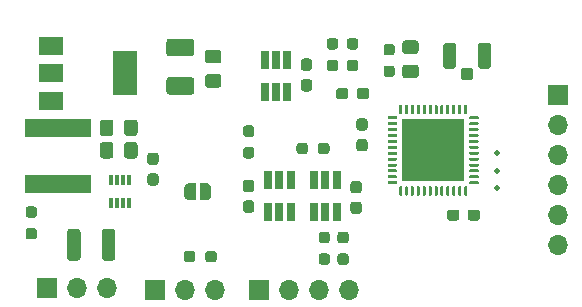
<source format=gbr>
%TF.GenerationSoftware,KiCad,Pcbnew,(5.1.9)-1*%
%TF.CreationDate,2021-05-08T20:51:41+01:00*%
%TF.ProjectId,TSDZ2-ESP32-Alt,5453445a-322d-4455-9350-33322d416c74,A*%
%TF.SameCoordinates,Original*%
%TF.FileFunction,Soldermask,Top*%
%TF.FilePolarity,Negative*%
%FSLAX46Y46*%
G04 Gerber Fmt 4.6, Leading zero omitted, Abs format (unit mm)*
G04 Created by KiCad (PCBNEW (5.1.9)-1) date 2021-05-08 20:51:41*
%MOMM*%
%LPD*%
G01*
G04 APERTURE LIST*
%ADD10R,2.000000X1.500000*%
%ADD11R,2.000000X3.800000*%
%ADD12C,0.500000*%
%ADD13O,1.700000X1.700000*%
%ADD14R,1.700000X1.700000*%
%ADD15C,0.100000*%
%ADD16R,0.650000X1.560000*%
%ADD17R,0.300000X0.850000*%
%ADD18R,5.700000X1.600000*%
%ADD19R,5.300000X5.300000*%
G04 APERTURE END LIST*
D10*
%TO.C,U2*%
X132550000Y-89500000D03*
X132550000Y-94100000D03*
X132550000Y-91800000D03*
D11*
X138850000Y-91800000D03*
%TD*%
%TO.C,R9*%
G36*
G01*
X130662500Y-104875000D02*
X131137500Y-104875000D01*
G75*
G02*
X131375000Y-105112500I0J-237500D01*
G01*
X131375000Y-105612500D01*
G75*
G02*
X131137500Y-105850000I-237500J0D01*
G01*
X130662500Y-105850000D01*
G75*
G02*
X130425000Y-105612500I0J237500D01*
G01*
X130425000Y-105112500D01*
G75*
G02*
X130662500Y-104875000I237500J0D01*
G01*
G37*
G36*
G01*
X130662500Y-103050000D02*
X131137500Y-103050000D01*
G75*
G02*
X131375000Y-103287500I0J-237500D01*
G01*
X131375000Y-103787500D01*
G75*
G02*
X131137500Y-104025000I-237500J0D01*
G01*
X130662500Y-104025000D01*
G75*
G02*
X130425000Y-103787500I0J237500D01*
G01*
X130425000Y-103287500D01*
G75*
G02*
X130662500Y-103050000I237500J0D01*
G01*
G37*
%TD*%
%TO.C,R8*%
G36*
G01*
X149537500Y-97175000D02*
X149062500Y-97175000D01*
G75*
G02*
X148825000Y-96937500I0J237500D01*
G01*
X148825000Y-96437500D01*
G75*
G02*
X149062500Y-96200000I237500J0D01*
G01*
X149537500Y-96200000D01*
G75*
G02*
X149775000Y-96437500I0J-237500D01*
G01*
X149775000Y-96937500D01*
G75*
G02*
X149537500Y-97175000I-237500J0D01*
G01*
G37*
G36*
G01*
X149537500Y-99000000D02*
X149062500Y-99000000D01*
G75*
G02*
X148825000Y-98762500I0J237500D01*
G01*
X148825000Y-98262500D01*
G75*
G02*
X149062500Y-98025000I237500J0D01*
G01*
X149537500Y-98025000D01*
G75*
G02*
X149775000Y-98262500I0J-237500D01*
G01*
X149775000Y-98762500D01*
G75*
G02*
X149537500Y-99000000I-237500J0D01*
G01*
G37*
%TD*%
%TO.C,J1*%
G36*
G01*
X167300000Y-92200000D02*
X167300000Y-91450000D01*
G75*
G02*
X167450000Y-91300000I150000J0D01*
G01*
X168150000Y-91300000D01*
G75*
G02*
X168300000Y-91450000I0J-150000D01*
G01*
X168300000Y-92200000D01*
G75*
G02*
X168150000Y-92350000I-150000J0D01*
G01*
X167450000Y-92350000D01*
G75*
G02*
X167300000Y-92200000I0J150000D01*
G01*
G37*
G36*
G01*
X165800000Y-91242500D02*
X165800000Y-89357500D01*
G75*
G02*
X165957500Y-89200000I157500J0D01*
G01*
X166692500Y-89200000D01*
G75*
G02*
X166850000Y-89357500I0J-157500D01*
G01*
X166850000Y-91242500D01*
G75*
G02*
X166692500Y-91400000I-157500J0D01*
G01*
X165957500Y-91400000D01*
G75*
G02*
X165800000Y-91242500I0J157500D01*
G01*
G37*
G36*
G01*
X168750000Y-91242500D02*
X168750000Y-89357500D01*
G75*
G02*
X168907500Y-89200000I157500J0D01*
G01*
X169642500Y-89200000D01*
G75*
G02*
X169800000Y-89357500I0J-157500D01*
G01*
X169800000Y-91242500D01*
G75*
G02*
X169642500Y-91400000I-157500J0D01*
G01*
X168907500Y-91400000D01*
G75*
G02*
X168750000Y-91242500I0J157500D01*
G01*
G37*
%TD*%
D12*
%TO.C,REF\u002A\u002A*%
X170300000Y-98500000D03*
%TD*%
%TO.C,REF\u002A\u002A*%
X170300000Y-100050000D03*
%TD*%
%TO.C,REF\u002A\u002A*%
X170300000Y-101500000D03*
%TD*%
D13*
%TO.C,J2*%
X175500000Y-106300000D03*
X175500000Y-103760000D03*
X175500000Y-101220000D03*
X175500000Y-98680000D03*
X175500000Y-96140000D03*
D14*
X175500000Y-93600000D03*
%TD*%
D15*
%TO.C,JP1*%
G36*
X145650000Y-101050602D02*
G01*
X145674534Y-101050602D01*
X145723365Y-101055412D01*
X145771490Y-101064984D01*
X145818445Y-101079228D01*
X145863778Y-101098005D01*
X145907051Y-101121136D01*
X145947850Y-101148396D01*
X145985779Y-101179524D01*
X146020476Y-101214221D01*
X146051604Y-101252150D01*
X146078864Y-101292949D01*
X146101995Y-101336222D01*
X146120772Y-101381555D01*
X146135016Y-101428510D01*
X146144588Y-101476635D01*
X146149398Y-101525466D01*
X146149398Y-101550000D01*
X146150000Y-101550000D01*
X146150000Y-102050000D01*
X146149398Y-102050000D01*
X146149398Y-102074534D01*
X146144588Y-102123365D01*
X146135016Y-102171490D01*
X146120772Y-102218445D01*
X146101995Y-102263778D01*
X146078864Y-102307051D01*
X146051604Y-102347850D01*
X146020476Y-102385779D01*
X145985779Y-102420476D01*
X145947850Y-102451604D01*
X145907051Y-102478864D01*
X145863778Y-102501995D01*
X145818445Y-102520772D01*
X145771490Y-102535016D01*
X145723365Y-102544588D01*
X145674534Y-102549398D01*
X145650000Y-102549398D01*
X145650000Y-102550000D01*
X145150000Y-102550000D01*
X145150000Y-101050000D01*
X145650000Y-101050000D01*
X145650000Y-101050602D01*
G37*
G36*
X144850000Y-102550000D02*
G01*
X144350000Y-102550000D01*
X144350000Y-102549398D01*
X144325466Y-102549398D01*
X144276635Y-102544588D01*
X144228510Y-102535016D01*
X144181555Y-102520772D01*
X144136222Y-102501995D01*
X144092949Y-102478864D01*
X144052150Y-102451604D01*
X144014221Y-102420476D01*
X143979524Y-102385779D01*
X143948396Y-102347850D01*
X143921136Y-102307051D01*
X143898005Y-102263778D01*
X143879228Y-102218445D01*
X143864984Y-102171490D01*
X143855412Y-102123365D01*
X143850602Y-102074534D01*
X143850602Y-102050000D01*
X143850000Y-102050000D01*
X143850000Y-101550000D01*
X143850602Y-101550000D01*
X143850602Y-101525466D01*
X143855412Y-101476635D01*
X143864984Y-101428510D01*
X143879228Y-101381555D01*
X143898005Y-101336222D01*
X143921136Y-101292949D01*
X143948396Y-101252150D01*
X143979524Y-101214221D01*
X144014221Y-101179524D01*
X144052150Y-101148396D01*
X144092949Y-101121136D01*
X144136222Y-101098005D01*
X144181555Y-101079228D01*
X144228510Y-101064984D01*
X144276635Y-101055412D01*
X144325466Y-101050602D01*
X144350000Y-101050602D01*
X144350000Y-101050000D01*
X144850000Y-101050000D01*
X144850000Y-102550000D01*
G37*
%TD*%
D16*
%TO.C,U8*%
X155800000Y-103550000D03*
X156750000Y-103550000D03*
X154850000Y-103550000D03*
X154850000Y-100850000D03*
X155800000Y-100850000D03*
X156750000Y-100850000D03*
%TD*%
%TO.C,U4*%
X151900000Y-100850000D03*
X150950000Y-100850000D03*
X152850000Y-100850000D03*
X152850000Y-103550000D03*
X151900000Y-103550000D03*
X150950000Y-103550000D03*
%TD*%
%TO.C,C2*%
G36*
G01*
X149062500Y-102550000D02*
X149537500Y-102550000D01*
G75*
G02*
X149775000Y-102787500I0J-237500D01*
G01*
X149775000Y-103362500D01*
G75*
G02*
X149537500Y-103600000I-237500J0D01*
G01*
X149062500Y-103600000D01*
G75*
G02*
X148825000Y-103362500I0J237500D01*
G01*
X148825000Y-102787500D01*
G75*
G02*
X149062500Y-102550000I237500J0D01*
G01*
G37*
G36*
G01*
X149062500Y-100800000D02*
X149537500Y-100800000D01*
G75*
G02*
X149775000Y-101037500I0J-237500D01*
G01*
X149775000Y-101612500D01*
G75*
G02*
X149537500Y-101850000I-237500J0D01*
G01*
X149062500Y-101850000D01*
G75*
G02*
X148825000Y-101612500I0J237500D01*
G01*
X148825000Y-101037500D01*
G75*
G02*
X149062500Y-100800000I237500J0D01*
G01*
G37*
%TD*%
%TO.C,R7*%
G36*
G01*
X155462500Y-107025000D02*
X155937500Y-107025000D01*
G75*
G02*
X156175000Y-107262500I0J-237500D01*
G01*
X156175000Y-107762500D01*
G75*
G02*
X155937500Y-108000000I-237500J0D01*
G01*
X155462500Y-108000000D01*
G75*
G02*
X155225000Y-107762500I0J237500D01*
G01*
X155225000Y-107262500D01*
G75*
G02*
X155462500Y-107025000I237500J0D01*
G01*
G37*
G36*
G01*
X155462500Y-105200000D02*
X155937500Y-105200000D01*
G75*
G02*
X156175000Y-105437500I0J-237500D01*
G01*
X156175000Y-105937500D01*
G75*
G02*
X155937500Y-106175000I-237500J0D01*
G01*
X155462500Y-106175000D01*
G75*
G02*
X155225000Y-105937500I0J237500D01*
G01*
X155225000Y-105437500D01*
G75*
G02*
X155462500Y-105200000I237500J0D01*
G01*
G37*
%TD*%
%TO.C,C14*%
G36*
G01*
X158637500Y-101950000D02*
X158162500Y-101950000D01*
G75*
G02*
X157925000Y-101712500I0J237500D01*
G01*
X157925000Y-101137500D01*
G75*
G02*
X158162500Y-100900000I237500J0D01*
G01*
X158637500Y-100900000D01*
G75*
G02*
X158875000Y-101137500I0J-237500D01*
G01*
X158875000Y-101712500D01*
G75*
G02*
X158637500Y-101950000I-237500J0D01*
G01*
G37*
G36*
G01*
X158637500Y-103700000D02*
X158162500Y-103700000D01*
G75*
G02*
X157925000Y-103462500I0J237500D01*
G01*
X157925000Y-102887500D01*
G75*
G02*
X158162500Y-102650000I237500J0D01*
G01*
X158637500Y-102650000D01*
G75*
G02*
X158875000Y-102887500I0J-237500D01*
G01*
X158875000Y-103462500D01*
G75*
G02*
X158637500Y-103700000I-237500J0D01*
G01*
G37*
%TD*%
%TO.C,C3*%
G36*
G01*
X136875000Y-107400001D02*
X136875000Y-105199999D01*
G75*
G02*
X137124999Y-104950000I249999J0D01*
G01*
X137775001Y-104950000D01*
G75*
G02*
X138025000Y-105199999I0J-249999D01*
G01*
X138025000Y-107400001D01*
G75*
G02*
X137775001Y-107650000I-249999J0D01*
G01*
X137124999Y-107650000D01*
G75*
G02*
X136875000Y-107400001I0J249999D01*
G01*
G37*
G36*
G01*
X133925000Y-107400001D02*
X133925000Y-105199999D01*
G75*
G02*
X134174999Y-104950000I249999J0D01*
G01*
X134825001Y-104950000D01*
G75*
G02*
X135075000Y-105199999I0J-249999D01*
G01*
X135075000Y-107400001D01*
G75*
G02*
X134825001Y-107650000I-249999J0D01*
G01*
X134174999Y-107650000D01*
G75*
G02*
X133925000Y-107400001I0J249999D01*
G01*
G37*
%TD*%
%TO.C,C1*%
G36*
G01*
X163450001Y-90150000D02*
X162549999Y-90150000D01*
G75*
G02*
X162300000Y-89900001I0J249999D01*
G01*
X162300000Y-89249999D01*
G75*
G02*
X162549999Y-89000000I249999J0D01*
G01*
X163450001Y-89000000D01*
G75*
G02*
X163700000Y-89249999I0J-249999D01*
G01*
X163700000Y-89900001D01*
G75*
G02*
X163450001Y-90150000I-249999J0D01*
G01*
G37*
G36*
G01*
X163450001Y-92200000D02*
X162549999Y-92200000D01*
G75*
G02*
X162300000Y-91950001I0J249999D01*
G01*
X162300000Y-91299999D01*
G75*
G02*
X162549999Y-91050000I249999J0D01*
G01*
X163450001Y-91050000D01*
G75*
G02*
X163700000Y-91299999I0J-249999D01*
G01*
X163700000Y-91950001D01*
G75*
G02*
X163450001Y-92200000I-249999J0D01*
G01*
G37*
%TD*%
D17*
%TO.C,U7*%
X137650000Y-100850000D03*
X138150000Y-100850000D03*
X138650000Y-100850000D03*
X139150000Y-100850000D03*
X139150000Y-102750000D03*
X138650000Y-102750000D03*
X138150000Y-102750000D03*
X137650000Y-102750000D03*
%TD*%
D18*
%TO.C,L1*%
X133200000Y-96450000D03*
X133200000Y-101150000D03*
%TD*%
D13*
%TO.C,J4*%
X137280000Y-110000000D03*
X134740000Y-110000000D03*
D14*
X132200000Y-110000000D03*
%TD*%
%TO.C,C13*%
G36*
G01*
X138750000Y-98750450D02*
X138750000Y-97849550D01*
G75*
G02*
X138999550Y-97600000I249550J0D01*
G01*
X139650450Y-97600000D01*
G75*
G02*
X139900000Y-97849550I0J-249550D01*
G01*
X139900000Y-98750450D01*
G75*
G02*
X139650450Y-99000000I-249550J0D01*
G01*
X138999550Y-99000000D01*
G75*
G02*
X138750000Y-98750450I0J249550D01*
G01*
G37*
G36*
G01*
X136700000Y-98750450D02*
X136700000Y-97849550D01*
G75*
G02*
X136949550Y-97600000I249550J0D01*
G01*
X137600450Y-97600000D01*
G75*
G02*
X137850000Y-97849550I0J-249550D01*
G01*
X137850000Y-98750450D01*
G75*
G02*
X137600450Y-99000000I-249550J0D01*
G01*
X136949550Y-99000000D01*
G75*
G02*
X136700000Y-98750450I0J249550D01*
G01*
G37*
%TD*%
%TO.C,C12*%
G36*
G01*
X138750000Y-96850450D02*
X138750000Y-95949550D01*
G75*
G02*
X138999550Y-95700000I249550J0D01*
G01*
X139650450Y-95700000D01*
G75*
G02*
X139900000Y-95949550I0J-249550D01*
G01*
X139900000Y-96850450D01*
G75*
G02*
X139650450Y-97100000I-249550J0D01*
G01*
X138999550Y-97100000D01*
G75*
G02*
X138750000Y-96850450I0J249550D01*
G01*
G37*
G36*
G01*
X136700000Y-96850450D02*
X136700000Y-95949550D01*
G75*
G02*
X136949550Y-95700000I249550J0D01*
G01*
X137600450Y-95700000D01*
G75*
G02*
X137850000Y-95949550I0J-249550D01*
G01*
X137850000Y-96850450D01*
G75*
G02*
X137600450Y-97100000I-249550J0D01*
G01*
X136949550Y-97100000D01*
G75*
G02*
X136700000Y-96850450I0J249550D01*
G01*
G37*
%TD*%
%TO.C,C11*%
G36*
G01*
X141437500Y-99550000D02*
X140962500Y-99550000D01*
G75*
G02*
X140725000Y-99312500I0J237500D01*
G01*
X140725000Y-98737500D01*
G75*
G02*
X140962500Y-98500000I237500J0D01*
G01*
X141437500Y-98500000D01*
G75*
G02*
X141675000Y-98737500I0J-237500D01*
G01*
X141675000Y-99312500D01*
G75*
G02*
X141437500Y-99550000I-237500J0D01*
G01*
G37*
G36*
G01*
X141437500Y-101300000D02*
X140962500Y-101300000D01*
G75*
G02*
X140725000Y-101062500I0J237500D01*
G01*
X140725000Y-100487500D01*
G75*
G02*
X140962500Y-100250000I237500J0D01*
G01*
X141437500Y-100250000D01*
G75*
G02*
X141675000Y-100487500I0J-237500D01*
G01*
X141675000Y-101062500D01*
G75*
G02*
X141437500Y-101300000I-237500J0D01*
G01*
G37*
%TD*%
D13*
%TO.C,J3*%
X157800000Y-110100000D03*
X155260000Y-110100000D03*
X152720000Y-110100000D03*
D14*
X150180000Y-110100000D03*
%TD*%
D16*
%TO.C,U1*%
X151600000Y-90650000D03*
X150650000Y-90650000D03*
X152550000Y-90650000D03*
X152550000Y-93350000D03*
X151600000Y-93350000D03*
X150650000Y-93350000D03*
%TD*%
D13*
%TO.C,U6*%
X146480000Y-110100000D03*
X143940000Y-110100000D03*
D14*
X141400000Y-110100000D03*
%TD*%
D19*
%TO.C,U5*%
X164920000Y-98300000D03*
G36*
G01*
X168032500Y-95425000D02*
X168707500Y-95425000D01*
G75*
G02*
X168770000Y-95487500I0J-62500D01*
G01*
X168770000Y-95612500D01*
G75*
G02*
X168707500Y-95675000I-62500J0D01*
G01*
X168032500Y-95675000D01*
G75*
G02*
X167970000Y-95612500I0J62500D01*
G01*
X167970000Y-95487500D01*
G75*
G02*
X168032500Y-95425000I62500J0D01*
G01*
G37*
G36*
G01*
X168032500Y-95925000D02*
X168707500Y-95925000D01*
G75*
G02*
X168770000Y-95987500I0J-62500D01*
G01*
X168770000Y-96112500D01*
G75*
G02*
X168707500Y-96175000I-62500J0D01*
G01*
X168032500Y-96175000D01*
G75*
G02*
X167970000Y-96112500I0J62500D01*
G01*
X167970000Y-95987500D01*
G75*
G02*
X168032500Y-95925000I62500J0D01*
G01*
G37*
G36*
G01*
X168032500Y-96425000D02*
X168707500Y-96425000D01*
G75*
G02*
X168770000Y-96487500I0J-62500D01*
G01*
X168770000Y-96612500D01*
G75*
G02*
X168707500Y-96675000I-62500J0D01*
G01*
X168032500Y-96675000D01*
G75*
G02*
X167970000Y-96612500I0J62500D01*
G01*
X167970000Y-96487500D01*
G75*
G02*
X168032500Y-96425000I62500J0D01*
G01*
G37*
G36*
G01*
X168032500Y-96925000D02*
X168707500Y-96925000D01*
G75*
G02*
X168770000Y-96987500I0J-62500D01*
G01*
X168770000Y-97112500D01*
G75*
G02*
X168707500Y-97175000I-62500J0D01*
G01*
X168032500Y-97175000D01*
G75*
G02*
X167970000Y-97112500I0J62500D01*
G01*
X167970000Y-96987500D01*
G75*
G02*
X168032500Y-96925000I62500J0D01*
G01*
G37*
G36*
G01*
X168032500Y-97425000D02*
X168707500Y-97425000D01*
G75*
G02*
X168770000Y-97487500I0J-62500D01*
G01*
X168770000Y-97612500D01*
G75*
G02*
X168707500Y-97675000I-62500J0D01*
G01*
X168032500Y-97675000D01*
G75*
G02*
X167970000Y-97612500I0J62500D01*
G01*
X167970000Y-97487500D01*
G75*
G02*
X168032500Y-97425000I62500J0D01*
G01*
G37*
G36*
G01*
X168032500Y-97925000D02*
X168707500Y-97925000D01*
G75*
G02*
X168770000Y-97987500I0J-62500D01*
G01*
X168770000Y-98112500D01*
G75*
G02*
X168707500Y-98175000I-62500J0D01*
G01*
X168032500Y-98175000D01*
G75*
G02*
X167970000Y-98112500I0J62500D01*
G01*
X167970000Y-97987500D01*
G75*
G02*
X168032500Y-97925000I62500J0D01*
G01*
G37*
G36*
G01*
X168032500Y-98425000D02*
X168707500Y-98425000D01*
G75*
G02*
X168770000Y-98487500I0J-62500D01*
G01*
X168770000Y-98612500D01*
G75*
G02*
X168707500Y-98675000I-62500J0D01*
G01*
X168032500Y-98675000D01*
G75*
G02*
X167970000Y-98612500I0J62500D01*
G01*
X167970000Y-98487500D01*
G75*
G02*
X168032500Y-98425000I62500J0D01*
G01*
G37*
G36*
G01*
X168032500Y-98925000D02*
X168707500Y-98925000D01*
G75*
G02*
X168770000Y-98987500I0J-62500D01*
G01*
X168770000Y-99112500D01*
G75*
G02*
X168707500Y-99175000I-62500J0D01*
G01*
X168032500Y-99175000D01*
G75*
G02*
X167970000Y-99112500I0J62500D01*
G01*
X167970000Y-98987500D01*
G75*
G02*
X168032500Y-98925000I62500J0D01*
G01*
G37*
G36*
G01*
X168032500Y-99425000D02*
X168707500Y-99425000D01*
G75*
G02*
X168770000Y-99487500I0J-62500D01*
G01*
X168770000Y-99612500D01*
G75*
G02*
X168707500Y-99675000I-62500J0D01*
G01*
X168032500Y-99675000D01*
G75*
G02*
X167970000Y-99612500I0J62500D01*
G01*
X167970000Y-99487500D01*
G75*
G02*
X168032500Y-99425000I62500J0D01*
G01*
G37*
G36*
G01*
X168032500Y-99925000D02*
X168707500Y-99925000D01*
G75*
G02*
X168770000Y-99987500I0J-62500D01*
G01*
X168770000Y-100112500D01*
G75*
G02*
X168707500Y-100175000I-62500J0D01*
G01*
X168032500Y-100175000D01*
G75*
G02*
X167970000Y-100112500I0J62500D01*
G01*
X167970000Y-99987500D01*
G75*
G02*
X168032500Y-99925000I62500J0D01*
G01*
G37*
G36*
G01*
X168032500Y-100425000D02*
X168707500Y-100425000D01*
G75*
G02*
X168770000Y-100487500I0J-62500D01*
G01*
X168770000Y-100612500D01*
G75*
G02*
X168707500Y-100675000I-62500J0D01*
G01*
X168032500Y-100675000D01*
G75*
G02*
X167970000Y-100612500I0J62500D01*
G01*
X167970000Y-100487500D01*
G75*
G02*
X168032500Y-100425000I62500J0D01*
G01*
G37*
G36*
G01*
X168032500Y-100925000D02*
X168707500Y-100925000D01*
G75*
G02*
X168770000Y-100987500I0J-62500D01*
G01*
X168770000Y-101112500D01*
G75*
G02*
X168707500Y-101175000I-62500J0D01*
G01*
X168032500Y-101175000D01*
G75*
G02*
X167970000Y-101112500I0J62500D01*
G01*
X167970000Y-100987500D01*
G75*
G02*
X168032500Y-100925000I62500J0D01*
G01*
G37*
G36*
G01*
X167607500Y-101350000D02*
X167732500Y-101350000D01*
G75*
G02*
X167795000Y-101412500I0J-62500D01*
G01*
X167795000Y-102087500D01*
G75*
G02*
X167732500Y-102150000I-62500J0D01*
G01*
X167607500Y-102150000D01*
G75*
G02*
X167545000Y-102087500I0J62500D01*
G01*
X167545000Y-101412500D01*
G75*
G02*
X167607500Y-101350000I62500J0D01*
G01*
G37*
G36*
G01*
X167107500Y-101350000D02*
X167232500Y-101350000D01*
G75*
G02*
X167295000Y-101412500I0J-62500D01*
G01*
X167295000Y-102087500D01*
G75*
G02*
X167232500Y-102150000I-62500J0D01*
G01*
X167107500Y-102150000D01*
G75*
G02*
X167045000Y-102087500I0J62500D01*
G01*
X167045000Y-101412500D01*
G75*
G02*
X167107500Y-101350000I62500J0D01*
G01*
G37*
G36*
G01*
X166607500Y-101350000D02*
X166732500Y-101350000D01*
G75*
G02*
X166795000Y-101412500I0J-62500D01*
G01*
X166795000Y-102087500D01*
G75*
G02*
X166732500Y-102150000I-62500J0D01*
G01*
X166607500Y-102150000D01*
G75*
G02*
X166545000Y-102087500I0J62500D01*
G01*
X166545000Y-101412500D01*
G75*
G02*
X166607500Y-101350000I62500J0D01*
G01*
G37*
G36*
G01*
X166107500Y-101350000D02*
X166232500Y-101350000D01*
G75*
G02*
X166295000Y-101412500I0J-62500D01*
G01*
X166295000Y-102087500D01*
G75*
G02*
X166232500Y-102150000I-62500J0D01*
G01*
X166107500Y-102150000D01*
G75*
G02*
X166045000Y-102087500I0J62500D01*
G01*
X166045000Y-101412500D01*
G75*
G02*
X166107500Y-101350000I62500J0D01*
G01*
G37*
G36*
G01*
X165607500Y-101350000D02*
X165732500Y-101350000D01*
G75*
G02*
X165795000Y-101412500I0J-62500D01*
G01*
X165795000Y-102087500D01*
G75*
G02*
X165732500Y-102150000I-62500J0D01*
G01*
X165607500Y-102150000D01*
G75*
G02*
X165545000Y-102087500I0J62500D01*
G01*
X165545000Y-101412500D01*
G75*
G02*
X165607500Y-101350000I62500J0D01*
G01*
G37*
G36*
G01*
X165107500Y-101350000D02*
X165232500Y-101350000D01*
G75*
G02*
X165295000Y-101412500I0J-62500D01*
G01*
X165295000Y-102087500D01*
G75*
G02*
X165232500Y-102150000I-62500J0D01*
G01*
X165107500Y-102150000D01*
G75*
G02*
X165045000Y-102087500I0J62500D01*
G01*
X165045000Y-101412500D01*
G75*
G02*
X165107500Y-101350000I62500J0D01*
G01*
G37*
G36*
G01*
X164607500Y-101350000D02*
X164732500Y-101350000D01*
G75*
G02*
X164795000Y-101412500I0J-62500D01*
G01*
X164795000Y-102087500D01*
G75*
G02*
X164732500Y-102150000I-62500J0D01*
G01*
X164607500Y-102150000D01*
G75*
G02*
X164545000Y-102087500I0J62500D01*
G01*
X164545000Y-101412500D01*
G75*
G02*
X164607500Y-101350000I62500J0D01*
G01*
G37*
G36*
G01*
X164107500Y-101350000D02*
X164232500Y-101350000D01*
G75*
G02*
X164295000Y-101412500I0J-62500D01*
G01*
X164295000Y-102087500D01*
G75*
G02*
X164232500Y-102150000I-62500J0D01*
G01*
X164107500Y-102150000D01*
G75*
G02*
X164045000Y-102087500I0J62500D01*
G01*
X164045000Y-101412500D01*
G75*
G02*
X164107500Y-101350000I62500J0D01*
G01*
G37*
G36*
G01*
X163607500Y-101350000D02*
X163732500Y-101350000D01*
G75*
G02*
X163795000Y-101412500I0J-62500D01*
G01*
X163795000Y-102087500D01*
G75*
G02*
X163732500Y-102150000I-62500J0D01*
G01*
X163607500Y-102150000D01*
G75*
G02*
X163545000Y-102087500I0J62500D01*
G01*
X163545000Y-101412500D01*
G75*
G02*
X163607500Y-101350000I62500J0D01*
G01*
G37*
G36*
G01*
X163107500Y-101350000D02*
X163232500Y-101350000D01*
G75*
G02*
X163295000Y-101412500I0J-62500D01*
G01*
X163295000Y-102087500D01*
G75*
G02*
X163232500Y-102150000I-62500J0D01*
G01*
X163107500Y-102150000D01*
G75*
G02*
X163045000Y-102087500I0J62500D01*
G01*
X163045000Y-101412500D01*
G75*
G02*
X163107500Y-101350000I62500J0D01*
G01*
G37*
G36*
G01*
X162607500Y-101350000D02*
X162732500Y-101350000D01*
G75*
G02*
X162795000Y-101412500I0J-62500D01*
G01*
X162795000Y-102087500D01*
G75*
G02*
X162732500Y-102150000I-62500J0D01*
G01*
X162607500Y-102150000D01*
G75*
G02*
X162545000Y-102087500I0J62500D01*
G01*
X162545000Y-101412500D01*
G75*
G02*
X162607500Y-101350000I62500J0D01*
G01*
G37*
G36*
G01*
X162107500Y-101350000D02*
X162232500Y-101350000D01*
G75*
G02*
X162295000Y-101412500I0J-62500D01*
G01*
X162295000Y-102087500D01*
G75*
G02*
X162232500Y-102150000I-62500J0D01*
G01*
X162107500Y-102150000D01*
G75*
G02*
X162045000Y-102087500I0J62500D01*
G01*
X162045000Y-101412500D01*
G75*
G02*
X162107500Y-101350000I62500J0D01*
G01*
G37*
G36*
G01*
X161132500Y-100925000D02*
X161807500Y-100925000D01*
G75*
G02*
X161870000Y-100987500I0J-62500D01*
G01*
X161870000Y-101112500D01*
G75*
G02*
X161807500Y-101175000I-62500J0D01*
G01*
X161132500Y-101175000D01*
G75*
G02*
X161070000Y-101112500I0J62500D01*
G01*
X161070000Y-100987500D01*
G75*
G02*
X161132500Y-100925000I62500J0D01*
G01*
G37*
G36*
G01*
X161132500Y-100425000D02*
X161807500Y-100425000D01*
G75*
G02*
X161870000Y-100487500I0J-62500D01*
G01*
X161870000Y-100612500D01*
G75*
G02*
X161807500Y-100675000I-62500J0D01*
G01*
X161132500Y-100675000D01*
G75*
G02*
X161070000Y-100612500I0J62500D01*
G01*
X161070000Y-100487500D01*
G75*
G02*
X161132500Y-100425000I62500J0D01*
G01*
G37*
G36*
G01*
X161132500Y-99925000D02*
X161807500Y-99925000D01*
G75*
G02*
X161870000Y-99987500I0J-62500D01*
G01*
X161870000Y-100112500D01*
G75*
G02*
X161807500Y-100175000I-62500J0D01*
G01*
X161132500Y-100175000D01*
G75*
G02*
X161070000Y-100112500I0J62500D01*
G01*
X161070000Y-99987500D01*
G75*
G02*
X161132500Y-99925000I62500J0D01*
G01*
G37*
G36*
G01*
X161132500Y-99425000D02*
X161807500Y-99425000D01*
G75*
G02*
X161870000Y-99487500I0J-62500D01*
G01*
X161870000Y-99612500D01*
G75*
G02*
X161807500Y-99675000I-62500J0D01*
G01*
X161132500Y-99675000D01*
G75*
G02*
X161070000Y-99612500I0J62500D01*
G01*
X161070000Y-99487500D01*
G75*
G02*
X161132500Y-99425000I62500J0D01*
G01*
G37*
G36*
G01*
X161132500Y-98925000D02*
X161807500Y-98925000D01*
G75*
G02*
X161870000Y-98987500I0J-62500D01*
G01*
X161870000Y-99112500D01*
G75*
G02*
X161807500Y-99175000I-62500J0D01*
G01*
X161132500Y-99175000D01*
G75*
G02*
X161070000Y-99112500I0J62500D01*
G01*
X161070000Y-98987500D01*
G75*
G02*
X161132500Y-98925000I62500J0D01*
G01*
G37*
G36*
G01*
X161132500Y-98425000D02*
X161807500Y-98425000D01*
G75*
G02*
X161870000Y-98487500I0J-62500D01*
G01*
X161870000Y-98612500D01*
G75*
G02*
X161807500Y-98675000I-62500J0D01*
G01*
X161132500Y-98675000D01*
G75*
G02*
X161070000Y-98612500I0J62500D01*
G01*
X161070000Y-98487500D01*
G75*
G02*
X161132500Y-98425000I62500J0D01*
G01*
G37*
G36*
G01*
X161132500Y-97925000D02*
X161807500Y-97925000D01*
G75*
G02*
X161870000Y-97987500I0J-62500D01*
G01*
X161870000Y-98112500D01*
G75*
G02*
X161807500Y-98175000I-62500J0D01*
G01*
X161132500Y-98175000D01*
G75*
G02*
X161070000Y-98112500I0J62500D01*
G01*
X161070000Y-97987500D01*
G75*
G02*
X161132500Y-97925000I62500J0D01*
G01*
G37*
G36*
G01*
X161132500Y-97425000D02*
X161807500Y-97425000D01*
G75*
G02*
X161870000Y-97487500I0J-62500D01*
G01*
X161870000Y-97612500D01*
G75*
G02*
X161807500Y-97675000I-62500J0D01*
G01*
X161132500Y-97675000D01*
G75*
G02*
X161070000Y-97612500I0J62500D01*
G01*
X161070000Y-97487500D01*
G75*
G02*
X161132500Y-97425000I62500J0D01*
G01*
G37*
G36*
G01*
X161132500Y-96925000D02*
X161807500Y-96925000D01*
G75*
G02*
X161870000Y-96987500I0J-62500D01*
G01*
X161870000Y-97112500D01*
G75*
G02*
X161807500Y-97175000I-62500J0D01*
G01*
X161132500Y-97175000D01*
G75*
G02*
X161070000Y-97112500I0J62500D01*
G01*
X161070000Y-96987500D01*
G75*
G02*
X161132500Y-96925000I62500J0D01*
G01*
G37*
G36*
G01*
X161132500Y-96425000D02*
X161807500Y-96425000D01*
G75*
G02*
X161870000Y-96487500I0J-62500D01*
G01*
X161870000Y-96612500D01*
G75*
G02*
X161807500Y-96675000I-62500J0D01*
G01*
X161132500Y-96675000D01*
G75*
G02*
X161070000Y-96612500I0J62500D01*
G01*
X161070000Y-96487500D01*
G75*
G02*
X161132500Y-96425000I62500J0D01*
G01*
G37*
G36*
G01*
X161132500Y-95925000D02*
X161807500Y-95925000D01*
G75*
G02*
X161870000Y-95987500I0J-62500D01*
G01*
X161870000Y-96112500D01*
G75*
G02*
X161807500Y-96175000I-62500J0D01*
G01*
X161132500Y-96175000D01*
G75*
G02*
X161070000Y-96112500I0J62500D01*
G01*
X161070000Y-95987500D01*
G75*
G02*
X161132500Y-95925000I62500J0D01*
G01*
G37*
G36*
G01*
X161132500Y-95425000D02*
X161807500Y-95425000D01*
G75*
G02*
X161870000Y-95487500I0J-62500D01*
G01*
X161870000Y-95612500D01*
G75*
G02*
X161807500Y-95675000I-62500J0D01*
G01*
X161132500Y-95675000D01*
G75*
G02*
X161070000Y-95612500I0J62500D01*
G01*
X161070000Y-95487500D01*
G75*
G02*
X161132500Y-95425000I62500J0D01*
G01*
G37*
G36*
G01*
X162107500Y-94450000D02*
X162232500Y-94450000D01*
G75*
G02*
X162295000Y-94512500I0J-62500D01*
G01*
X162295000Y-95187500D01*
G75*
G02*
X162232500Y-95250000I-62500J0D01*
G01*
X162107500Y-95250000D01*
G75*
G02*
X162045000Y-95187500I0J62500D01*
G01*
X162045000Y-94512500D01*
G75*
G02*
X162107500Y-94450000I62500J0D01*
G01*
G37*
G36*
G01*
X162607500Y-94450000D02*
X162732500Y-94450000D01*
G75*
G02*
X162795000Y-94512500I0J-62500D01*
G01*
X162795000Y-95187500D01*
G75*
G02*
X162732500Y-95250000I-62500J0D01*
G01*
X162607500Y-95250000D01*
G75*
G02*
X162545000Y-95187500I0J62500D01*
G01*
X162545000Y-94512500D01*
G75*
G02*
X162607500Y-94450000I62500J0D01*
G01*
G37*
G36*
G01*
X163107500Y-94450000D02*
X163232500Y-94450000D01*
G75*
G02*
X163295000Y-94512500I0J-62500D01*
G01*
X163295000Y-95187500D01*
G75*
G02*
X163232500Y-95250000I-62500J0D01*
G01*
X163107500Y-95250000D01*
G75*
G02*
X163045000Y-95187500I0J62500D01*
G01*
X163045000Y-94512500D01*
G75*
G02*
X163107500Y-94450000I62500J0D01*
G01*
G37*
G36*
G01*
X163607500Y-94450000D02*
X163732500Y-94450000D01*
G75*
G02*
X163795000Y-94512500I0J-62500D01*
G01*
X163795000Y-95187500D01*
G75*
G02*
X163732500Y-95250000I-62500J0D01*
G01*
X163607500Y-95250000D01*
G75*
G02*
X163545000Y-95187500I0J62500D01*
G01*
X163545000Y-94512500D01*
G75*
G02*
X163607500Y-94450000I62500J0D01*
G01*
G37*
G36*
G01*
X164107500Y-94450000D02*
X164232500Y-94450000D01*
G75*
G02*
X164295000Y-94512500I0J-62500D01*
G01*
X164295000Y-95187500D01*
G75*
G02*
X164232500Y-95250000I-62500J0D01*
G01*
X164107500Y-95250000D01*
G75*
G02*
X164045000Y-95187500I0J62500D01*
G01*
X164045000Y-94512500D01*
G75*
G02*
X164107500Y-94450000I62500J0D01*
G01*
G37*
G36*
G01*
X164607500Y-94450000D02*
X164732500Y-94450000D01*
G75*
G02*
X164795000Y-94512500I0J-62500D01*
G01*
X164795000Y-95187500D01*
G75*
G02*
X164732500Y-95250000I-62500J0D01*
G01*
X164607500Y-95250000D01*
G75*
G02*
X164545000Y-95187500I0J62500D01*
G01*
X164545000Y-94512500D01*
G75*
G02*
X164607500Y-94450000I62500J0D01*
G01*
G37*
G36*
G01*
X165107500Y-94450000D02*
X165232500Y-94450000D01*
G75*
G02*
X165295000Y-94512500I0J-62500D01*
G01*
X165295000Y-95187500D01*
G75*
G02*
X165232500Y-95250000I-62500J0D01*
G01*
X165107500Y-95250000D01*
G75*
G02*
X165045000Y-95187500I0J62500D01*
G01*
X165045000Y-94512500D01*
G75*
G02*
X165107500Y-94450000I62500J0D01*
G01*
G37*
G36*
G01*
X165607500Y-94450000D02*
X165732500Y-94450000D01*
G75*
G02*
X165795000Y-94512500I0J-62500D01*
G01*
X165795000Y-95187500D01*
G75*
G02*
X165732500Y-95250000I-62500J0D01*
G01*
X165607500Y-95250000D01*
G75*
G02*
X165545000Y-95187500I0J62500D01*
G01*
X165545000Y-94512500D01*
G75*
G02*
X165607500Y-94450000I62500J0D01*
G01*
G37*
G36*
G01*
X166107500Y-94450000D02*
X166232500Y-94450000D01*
G75*
G02*
X166295000Y-94512500I0J-62500D01*
G01*
X166295000Y-95187500D01*
G75*
G02*
X166232500Y-95250000I-62500J0D01*
G01*
X166107500Y-95250000D01*
G75*
G02*
X166045000Y-95187500I0J62500D01*
G01*
X166045000Y-94512500D01*
G75*
G02*
X166107500Y-94450000I62500J0D01*
G01*
G37*
G36*
G01*
X166607500Y-94450000D02*
X166732500Y-94450000D01*
G75*
G02*
X166795000Y-94512500I0J-62500D01*
G01*
X166795000Y-95187500D01*
G75*
G02*
X166732500Y-95250000I-62500J0D01*
G01*
X166607500Y-95250000D01*
G75*
G02*
X166545000Y-95187500I0J62500D01*
G01*
X166545000Y-94512500D01*
G75*
G02*
X166607500Y-94450000I62500J0D01*
G01*
G37*
G36*
G01*
X167107500Y-94450000D02*
X167232500Y-94450000D01*
G75*
G02*
X167295000Y-94512500I0J-62500D01*
G01*
X167295000Y-95187500D01*
G75*
G02*
X167232500Y-95250000I-62500J0D01*
G01*
X167107500Y-95250000D01*
G75*
G02*
X167045000Y-95187500I0J62500D01*
G01*
X167045000Y-94512500D01*
G75*
G02*
X167107500Y-94450000I62500J0D01*
G01*
G37*
G36*
G01*
X167607500Y-94450000D02*
X167732500Y-94450000D01*
G75*
G02*
X167795000Y-94512500I0J-62500D01*
G01*
X167795000Y-95187500D01*
G75*
G02*
X167732500Y-95250000I-62500J0D01*
G01*
X167607500Y-95250000D01*
G75*
G02*
X167545000Y-95187500I0J62500D01*
G01*
X167545000Y-94512500D01*
G75*
G02*
X167607500Y-94450000I62500J0D01*
G01*
G37*
%TD*%
%TO.C,R6*%
G36*
G01*
X144775000Y-107062500D02*
X144775000Y-107537500D01*
G75*
G02*
X144537500Y-107775000I-237500J0D01*
G01*
X144037500Y-107775000D01*
G75*
G02*
X143800000Y-107537500I0J237500D01*
G01*
X143800000Y-107062500D01*
G75*
G02*
X144037500Y-106825000I237500J0D01*
G01*
X144537500Y-106825000D01*
G75*
G02*
X144775000Y-107062500I0J-237500D01*
G01*
G37*
G36*
G01*
X146600000Y-107062500D02*
X146600000Y-107537500D01*
G75*
G02*
X146362500Y-107775000I-237500J0D01*
G01*
X145862500Y-107775000D01*
G75*
G02*
X145625000Y-107537500I0J237500D01*
G01*
X145625000Y-107062500D01*
G75*
G02*
X145862500Y-106825000I237500J0D01*
G01*
X146362500Y-106825000D01*
G75*
G02*
X146600000Y-107062500I0J-237500D01*
G01*
G37*
%TD*%
%TO.C,R5*%
G36*
G01*
X157862500Y-90625000D02*
X158337500Y-90625000D01*
G75*
G02*
X158575000Y-90862500I0J-237500D01*
G01*
X158575000Y-91362500D01*
G75*
G02*
X158337500Y-91600000I-237500J0D01*
G01*
X157862500Y-91600000D01*
G75*
G02*
X157625000Y-91362500I0J237500D01*
G01*
X157625000Y-90862500D01*
G75*
G02*
X157862500Y-90625000I237500J0D01*
G01*
G37*
G36*
G01*
X157862500Y-88800000D02*
X158337500Y-88800000D01*
G75*
G02*
X158575000Y-89037500I0J-237500D01*
G01*
X158575000Y-89537500D01*
G75*
G02*
X158337500Y-89775000I-237500J0D01*
G01*
X157862500Y-89775000D01*
G75*
G02*
X157625000Y-89537500I0J237500D01*
G01*
X157625000Y-89037500D01*
G75*
G02*
X157862500Y-88800000I237500J0D01*
G01*
G37*
%TD*%
%TO.C,R4*%
G36*
G01*
X157062500Y-107025000D02*
X157537500Y-107025000D01*
G75*
G02*
X157775000Y-107262500I0J-237500D01*
G01*
X157775000Y-107762500D01*
G75*
G02*
X157537500Y-108000000I-237500J0D01*
G01*
X157062500Y-108000000D01*
G75*
G02*
X156825000Y-107762500I0J237500D01*
G01*
X156825000Y-107262500D01*
G75*
G02*
X157062500Y-107025000I237500J0D01*
G01*
G37*
G36*
G01*
X157062500Y-105200000D02*
X157537500Y-105200000D01*
G75*
G02*
X157775000Y-105437500I0J-237500D01*
G01*
X157775000Y-105937500D01*
G75*
G02*
X157537500Y-106175000I-237500J0D01*
G01*
X157062500Y-106175000D01*
G75*
G02*
X156825000Y-105937500I0J237500D01*
G01*
X156825000Y-105437500D01*
G75*
G02*
X157062500Y-105200000I237500J0D01*
G01*
G37*
%TD*%
%TO.C,R3*%
G36*
G01*
X156162500Y-90625000D02*
X156637500Y-90625000D01*
G75*
G02*
X156875000Y-90862500I0J-237500D01*
G01*
X156875000Y-91362500D01*
G75*
G02*
X156637500Y-91600000I-237500J0D01*
G01*
X156162500Y-91600000D01*
G75*
G02*
X155925000Y-91362500I0J237500D01*
G01*
X155925000Y-90862500D01*
G75*
G02*
X156162500Y-90625000I237500J0D01*
G01*
G37*
G36*
G01*
X156162500Y-88800000D02*
X156637500Y-88800000D01*
G75*
G02*
X156875000Y-89037500I0J-237500D01*
G01*
X156875000Y-89537500D01*
G75*
G02*
X156637500Y-89775000I-237500J0D01*
G01*
X156162500Y-89775000D01*
G75*
G02*
X155925000Y-89537500I0J237500D01*
G01*
X155925000Y-89037500D01*
G75*
G02*
X156162500Y-88800000I237500J0D01*
G01*
G37*
%TD*%
%TO.C,R2*%
G36*
G01*
X155175000Y-98387500D02*
X155175000Y-97912500D01*
G75*
G02*
X155412500Y-97675000I237500J0D01*
G01*
X155912500Y-97675000D01*
G75*
G02*
X156150000Y-97912500I0J-237500D01*
G01*
X156150000Y-98387500D01*
G75*
G02*
X155912500Y-98625000I-237500J0D01*
G01*
X155412500Y-98625000D01*
G75*
G02*
X155175000Y-98387500I0J237500D01*
G01*
G37*
G36*
G01*
X153350000Y-98387500D02*
X153350000Y-97912500D01*
G75*
G02*
X153587500Y-97675000I237500J0D01*
G01*
X154087500Y-97675000D01*
G75*
G02*
X154325000Y-97912500I0J-237500D01*
G01*
X154325000Y-98387500D01*
G75*
G02*
X154087500Y-98625000I-237500J0D01*
G01*
X153587500Y-98625000D01*
G75*
G02*
X153350000Y-98387500I0J237500D01*
G01*
G37*
%TD*%
%TO.C,R1*%
G36*
G01*
X160962500Y-91125000D02*
X161437500Y-91125000D01*
G75*
G02*
X161675000Y-91362500I0J-237500D01*
G01*
X161675000Y-91862500D01*
G75*
G02*
X161437500Y-92100000I-237500J0D01*
G01*
X160962500Y-92100000D01*
G75*
G02*
X160725000Y-91862500I0J237500D01*
G01*
X160725000Y-91362500D01*
G75*
G02*
X160962500Y-91125000I237500J0D01*
G01*
G37*
G36*
G01*
X160962500Y-89300000D02*
X161437500Y-89300000D01*
G75*
G02*
X161675000Y-89537500I0J-237500D01*
G01*
X161675000Y-90037500D01*
G75*
G02*
X161437500Y-90275000I-237500J0D01*
G01*
X160962500Y-90275000D01*
G75*
G02*
X160725000Y-90037500I0J237500D01*
G01*
X160725000Y-89537500D01*
G75*
G02*
X160962500Y-89300000I237500J0D01*
G01*
G37*
%TD*%
%TO.C,C10*%
G36*
G01*
X153962500Y-92275000D02*
X154437500Y-92275000D01*
G75*
G02*
X154675000Y-92512500I0J-237500D01*
G01*
X154675000Y-93087500D01*
G75*
G02*
X154437500Y-93325000I-237500J0D01*
G01*
X153962500Y-93325000D01*
G75*
G02*
X153725000Y-93087500I0J237500D01*
G01*
X153725000Y-92512500D01*
G75*
G02*
X153962500Y-92275000I237500J0D01*
G01*
G37*
G36*
G01*
X153962500Y-90525000D02*
X154437500Y-90525000D01*
G75*
G02*
X154675000Y-90762500I0J-237500D01*
G01*
X154675000Y-91337500D01*
G75*
G02*
X154437500Y-91575000I-237500J0D01*
G01*
X153962500Y-91575000D01*
G75*
G02*
X153725000Y-91337500I0J237500D01*
G01*
X153725000Y-90762500D01*
G75*
G02*
X153962500Y-90525000I237500J0D01*
G01*
G37*
%TD*%
%TO.C,C8*%
G36*
G01*
X158450000Y-93737500D02*
X158450000Y-93262500D01*
G75*
G02*
X158687500Y-93025000I237500J0D01*
G01*
X159262500Y-93025000D01*
G75*
G02*
X159500000Y-93262500I0J-237500D01*
G01*
X159500000Y-93737500D01*
G75*
G02*
X159262500Y-93975000I-237500J0D01*
G01*
X158687500Y-93975000D01*
G75*
G02*
X158450000Y-93737500I0J237500D01*
G01*
G37*
G36*
G01*
X156700000Y-93737500D02*
X156700000Y-93262500D01*
G75*
G02*
X156937500Y-93025000I237500J0D01*
G01*
X157512500Y-93025000D01*
G75*
G02*
X157750000Y-93262500I0J-237500D01*
G01*
X157750000Y-93737500D01*
G75*
G02*
X157512500Y-93975000I-237500J0D01*
G01*
X156937500Y-93975000D01*
G75*
G02*
X156700000Y-93737500I0J237500D01*
G01*
G37*
%TD*%
%TO.C,C7*%
G36*
G01*
X159137500Y-96650000D02*
X158662500Y-96650000D01*
G75*
G02*
X158425000Y-96412500I0J237500D01*
G01*
X158425000Y-95837500D01*
G75*
G02*
X158662500Y-95600000I237500J0D01*
G01*
X159137500Y-95600000D01*
G75*
G02*
X159375000Y-95837500I0J-237500D01*
G01*
X159375000Y-96412500D01*
G75*
G02*
X159137500Y-96650000I-237500J0D01*
G01*
G37*
G36*
G01*
X159137500Y-98400000D02*
X158662500Y-98400000D01*
G75*
G02*
X158425000Y-98162500I0J237500D01*
G01*
X158425000Y-97587500D01*
G75*
G02*
X158662500Y-97350000I237500J0D01*
G01*
X159137500Y-97350000D01*
G75*
G02*
X159375000Y-97587500I0J-237500D01*
G01*
X159375000Y-98162500D01*
G75*
G02*
X159137500Y-98400000I-237500J0D01*
G01*
G37*
%TD*%
%TO.C,C6*%
G36*
G01*
X144445000Y-90355000D02*
X142595000Y-90355000D01*
G75*
G02*
X142345000Y-90105000I0J250000D01*
G01*
X142345000Y-89105000D01*
G75*
G02*
X142595000Y-88855000I250000J0D01*
G01*
X144445000Y-88855000D01*
G75*
G02*
X144695000Y-89105000I0J-250000D01*
G01*
X144695000Y-90105000D01*
G75*
G02*
X144445000Y-90355000I-250000J0D01*
G01*
G37*
G36*
G01*
X144444500Y-93605000D02*
X142595500Y-93605000D01*
G75*
G02*
X142345000Y-93354500I0J250500D01*
G01*
X142345000Y-92355500D01*
G75*
G02*
X142595500Y-92105000I250500J0D01*
G01*
X144444500Y-92105000D01*
G75*
G02*
X144695000Y-92355500I0J-250500D01*
G01*
X144695000Y-93354500D01*
G75*
G02*
X144444500Y-93605000I-250500J0D01*
G01*
G37*
%TD*%
%TO.C,C5*%
G36*
G01*
X167150000Y-103562500D02*
X167150000Y-104037500D01*
G75*
G02*
X166912500Y-104275000I-237500J0D01*
G01*
X166337500Y-104275000D01*
G75*
G02*
X166100000Y-104037500I0J237500D01*
G01*
X166100000Y-103562500D01*
G75*
G02*
X166337500Y-103325000I237500J0D01*
G01*
X166912500Y-103325000D01*
G75*
G02*
X167150000Y-103562500I0J-237500D01*
G01*
G37*
G36*
G01*
X168900000Y-103562500D02*
X168900000Y-104037500D01*
G75*
G02*
X168662500Y-104275000I-237500J0D01*
G01*
X168087500Y-104275000D01*
G75*
G02*
X167850000Y-104037500I0J237500D01*
G01*
X167850000Y-103562500D01*
G75*
G02*
X168087500Y-103325000I237500J0D01*
G01*
X168662500Y-103325000D01*
G75*
G02*
X168900000Y-103562500I0J-237500D01*
G01*
G37*
%TD*%
%TO.C,C4*%
G36*
G01*
X146750001Y-90950000D02*
X145849999Y-90950000D01*
G75*
G02*
X145600000Y-90700001I0J249999D01*
G01*
X145600000Y-90049999D01*
G75*
G02*
X145849999Y-89800000I249999J0D01*
G01*
X146750001Y-89800000D01*
G75*
G02*
X147000000Y-90049999I0J-249999D01*
G01*
X147000000Y-90700001D01*
G75*
G02*
X146750001Y-90950000I-249999J0D01*
G01*
G37*
G36*
G01*
X146750450Y-93000000D02*
X145849550Y-93000000D01*
G75*
G02*
X145600000Y-92750450I0J249550D01*
G01*
X145600000Y-92099550D01*
G75*
G02*
X145849550Y-91850000I249550J0D01*
G01*
X146750450Y-91850000D01*
G75*
G02*
X147000000Y-92099550I0J-249550D01*
G01*
X147000000Y-92750450D01*
G75*
G02*
X146750450Y-93000000I-249550J0D01*
G01*
G37*
%TD*%
M02*

</source>
